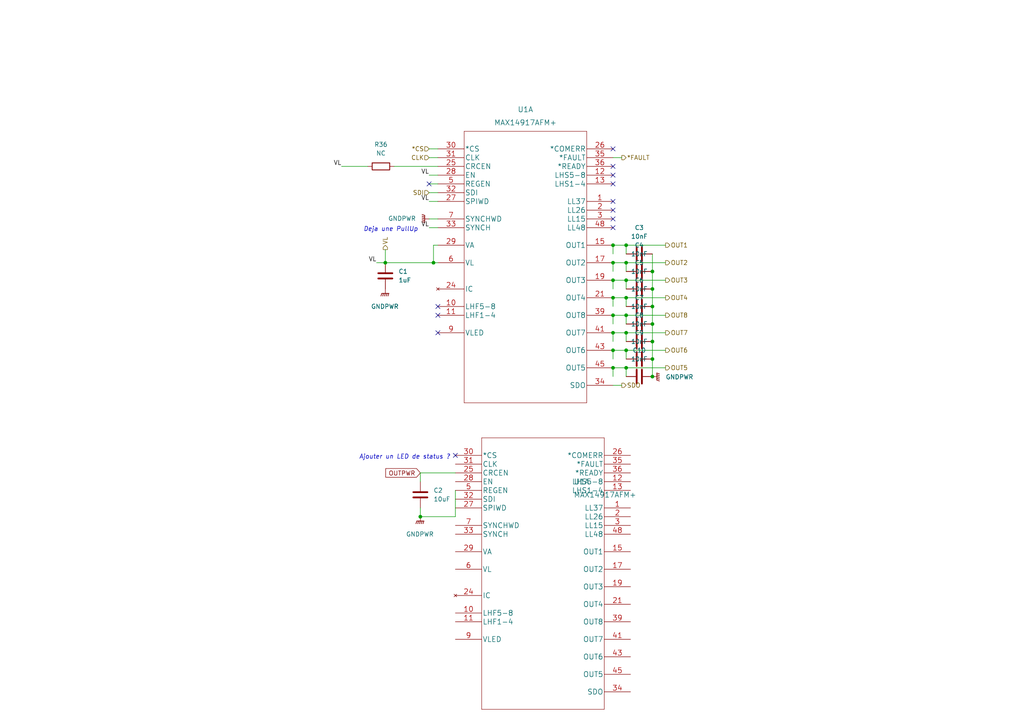
<source format=kicad_sch>
(kicad_sch (version 20211123) (generator eeschema)
  (paper "A4")
  (lib_symbols
    (symbol "Device:C" (pin_numbers hide) (pin_names (offset 0.254))
      (property "Reference" "C" (at 0.635 2.54 0))
      (property "Value" "C" (at 0.635 -2.54 0))
      (symbol "C_0_1"
        (polyline (pts (xy -2.032 -0.762) (xy 2.032 -0.762)) (stroke (width 0.508)))
        (polyline (pts (xy -2.032 0.762) (xy 2.032 0.762)) (stroke (width 0.508)))
      )
      (symbol "C_1_1"
        (pin passive line (at 0 3.81 270) (length 2.794) (name "~") (number "1"))
        (pin passive line (at 0 -3.81 90) (length 2.794) (name "~") (number "2"))
      )
    )
    (symbol "Device:R" (pin_numbers hide) (pin_names (offset 0))
      (property "Reference" "R" (at 2.032 0 90))
      (property "Value" "R" (at 0 0 90))
      (symbol "R_0_1"
        (rectangle (start -1.016 -2.54) (end 1.016 2.54) (stroke (width 0.254)))
      )
      (symbol "R_1_1"
        (pin passive line (at 0 3.81 270) (length 1.27) (name "~") (number "1"))
        (pin passive line (at 0 -3.81 90) (length 1.27) (name "~") (number "2"))
      )
    )
    (symbol "Maxim industrial IO:MAX14917AFM+" (pin_names (offset 0.254))
      (property "Reference" "U" (at 25.4 10.16 0))
      (property "Value" "MAX14917AFM+" (at 25.4 7.62 0))
      (symbol "MAX14917AFM+_1_1"
        (polyline (pts (xy 7.62 -73.66) (xy 43.18 -73.66)) (stroke (width 0.127)))
        (polyline (pts (xy 7.62 5.08) (xy 7.62 -73.66)) (stroke (width 0.127)))
        (polyline (pts (xy 43.18 -73.66) (xy 43.18 5.08)) (stroke (width 0.127)))
        (polyline (pts (xy 43.18 5.08) (xy 7.62 5.08)) (stroke (width 0.127)))
        (pin output line (at 50.8 -15.24 180) (length 7.62) (name "LL37") (number "1"))
        (pin output line (at 0 -45.72 0) (length 7.62) (name "LHF5-8") (number "10"))
        (pin output line (at 0 -48.26 0) (length 7.62) (name "LHF1-4") (number "11"))
        (pin output line (at 50.8 -7.62 180) (length 7.62) (name "LHS5-8") (number "12"))
        (pin output line (at 50.8 -10.16 180) (length 7.62) (name "LHS1-4") (number "13"))
        (pin output line (at 50.8 -27.94 180) (length 7.62) (name "OUT1") (number "15"))
        (pin passive line (at 50.8 -27.94 180) (length 7.62) hide (name "OUT1") (number "16"))
        (pin output line (at 50.8 -33.02 180) (length 7.62) (name "OUT2") (number "17"))
        (pin passive line (at 50.8 -33.02 180) (length 7.62) hide (name "OUT2") (number "18"))
        (pin output line (at 50.8 -38.1 180) (length 7.62) (name "OUT3") (number "19"))
        (pin output line (at 50.8 -17.78 180) (length 7.62) (name "LL26") (number "2"))
        (pin passive line (at 50.8 -38.1 180) (length 7.62) hide (name "OUT3") (number "20"))
        (pin output line (at 50.8 -43.18 180) (length 7.62) (name "OUT4") (number "21"))
        (pin passive line (at 50.8 -43.18 180) (length 7.62) hide (name "OUT4") (number "22"))
        (pin no_connect line (at 0 -40.64 0) (length 7.62) (name "IC") (number "24"))
        (pin input line (at 0 -5.08 0) (length 7.62) (name "CRCEN") (number "25"))
        (pin open_collector line (at 50.8 0 180) (length 7.62) (name "*COMERR") (number "26"))
        (pin input line (at 0 -15.24 0) (length 7.62) (name "SPIWD") (number "27"))
        (pin input line (at 0 -7.62 0) (length 7.62) (name "EN") (number "28"))
        (pin power_out line (at 0 -27.94 0) (length 7.62) (name "VA") (number "29"))
        (pin output line (at 50.8 -20.32 180) (length 7.62) (name "LL15") (number "3"))
        (pin input line (at 0 0 0) (length 7.62) (name "*CS") (number "30"))
        (pin input line (at 0 -2.54 0) (length 7.62) (name "CLK") (number "31"))
        (pin input line (at 0 -12.7 0) (length 7.62) (name "SDI") (number "32"))
        (pin input line (at 0 -22.86 0) (length 7.62) (name "SYNCH") (number "33"))
        (pin output line (at 50.8 -68.58 180) (length 7.62) (name "SDO") (number "34"))
        (pin open_collector line (at 50.8 -2.54 180) (length 7.62) (name "*FAULT") (number "35"))
        (pin open_collector line (at 50.8 -5.08 180) (length 7.62) (name "*READY") (number "36"))
        (pin passive line (at 0 -33.02 0) (length 7.62) hide (name "VL") (number "37"))
        (pin output line (at 50.8 -48.26 180) (length 7.62) (name "OUT8") (number "39"))
        (pin passive line (at 50.8 -48.26 180) (length 7.62) hide (name "OUT8") (number "40"))
        (pin output line (at 50.8 -53.34 180) (length 7.62) (name "OUT7") (number "41"))
        (pin passive line (at 50.8 -53.34 180) (length 7.62) hide (name "OUT7") (number "42"))
        (pin output line (at 50.8 -58.42 180) (length 7.62) (name "OUT6") (number "43"))
        (pin passive line (at 50.8 -58.42 180) (length 7.62) hide (name "OUT6") (number "44"))
        (pin output line (at 50.8 -63.5 180) (length 7.62) (name "OUT5") (number "45"))
        (pin passive line (at 50.8 -63.5 180) (length 7.62) hide (name "OUT5") (number "46"))
        (pin output line (at 50.8 -22.86 180) (length 7.62) (name "LL48") (number "48"))
        (pin input line (at 0 -10.16 0) (length 7.62) (name "REGEN") (number "5"))
        (pin power_in line (at 0 -33.02 0) (length 7.62) (name "VL") (number "6"))
        (pin input line (at 0 -20.32 0) (length 7.62) (name "SYNCHWD") (number "7"))
        (pin power_in line (at 0 -53.34 0) (length 7.62) (name "VLED") (number "9"))
      )
      (symbol "MAX14917AFM+_2_1"
        (polyline (pts (xy 7.62 -22.86) (xy 33.02 -22.86)) (stroke (width 0.127)))
        (polyline (pts (xy 7.62 5.08) (xy 7.62 -22.86)) (stroke (width 0.127)))
        (polyline (pts (xy 33.02 -22.86) (xy 33.02 5.08)) (stroke (width 0.127)))
        (polyline (pts (xy 33.02 5.08) (xy 7.62 5.08)) (stroke (width 0.127)))
        (pin power_in line (at 0 -10.16 0) (length 7.62) (name "GND") (number "14"))
        (pin passive line (at 0 -10.16 0) (length 7.62) hide (name "GND") (number "23"))
        (pin passive line (at 0 -10.16 0) (length 7.62) hide (name "GND") (number "38"))
        (pin output line (at 0 0 0) (length 7.62) (name "*VDDOK") (number "4"))
        (pin passive line (at 0 -10.16 0) (length 7.62) hide (name "GND") (number "47"))
        (pin passive line (at 0 -5.08 0) (length 7.62) hide (name "EPAD") (number "49"))
        (pin power_in line (at 0 -5.08 0) (length 7.62) (name "VDD") (number "8"))
      )
    )
    (symbol "power:GNDPWR" (power) (pin_names (offset 0))
      (property "Value" "GNDPWR" (at 0 -3.302 0))
      (symbol "GNDPWR_0_1"
        (polyline (pts (xy 0 -1.27) (xy 0 0)))
        (polyline (pts (xy -1.016 -1.27) (xy -1.27 -2.032) (xy -1.27 -2.032)) (stroke (width 0.2032)))
        (polyline (pts (xy -0.508 -1.27) (xy -0.762 -2.032) (xy -0.762 -2.032)) (stroke (width 0.2032)))
        (polyline (pts (xy 0 -1.27) (xy -0.254 -2.032) (xy -0.254 -2.032)) (stroke (width 0.2032)))
        (polyline (pts (xy 0.508 -1.27) (xy 0.254 -2.032) (xy 0.254 -2.032)) (stroke (width 0.2032)))
        (polyline (pts (xy 1.016 -1.27) (xy -1.016 -1.27) (xy -1.016 -1.27)) (stroke (width 0.2032)))
        (polyline (pts (xy 1.016 -1.27) (xy 0.762 -2.032) (xy 0.762 -2.032) (xy 0.762 -2.032)) (stroke (width 0.2032)))
      )
      (symbol "GNDPWR_1_1"
        (pin power_in line (at 0 0 270) (length 0) hide (name "GNDPWR") (number "1"))
      )
    )
  )
  (junction (at 177.8 101.6))
  (junction (at 189.23 104.14))
  (junction (at 181.61 101.6))
  (junction (at 181.61 71.12))
  (junction (at 189.23 109.22))
  (junction (at 189.23 83.82))
  (junction (at 181.61 81.28))
  (junction (at 177.8 81.28))
  (junction (at 177.8 96.52))
  (junction (at 177.8 106.68))
  (junction (at 177.8 86.36))
  (junction (at 181.61 76.2))
  (junction (at 189.23 88.9))
  (junction (at 181.61 91.44))
  (junction (at 177.8 76.2))
  (junction (at 125.73 76.2))
  (junction (at 189.23 93.98))
  (junction (at 111.76 76.2))
  (junction (at 181.61 106.68))
  (junction (at 177.8 71.12))
  (junction (at 121.92 149.86))
  (junction (at 181.61 86.36))
  (junction (at 189.23 78.74))
  (junction (at 177.8 91.44))
  (junction (at 181.61 96.52))
  (junction (at 189.23 99.06))
  (no_connect (at 124.46 53.34))
  (no_connect (at 132.08 132.08))
  (no_connect (at 177.8 53.34))
  (no_connect (at 177.8 58.42))
  (no_connect (at 177.8 60.96))
  (no_connect (at 177.8 63.5))
  (no_connect (at 177.8 66.04))
  (no_connect (at 127 88.9))
  (no_connect (at 127 91.44))
  (no_connect (at 127 96.52))
  (no_connect (at 177.8 50.8))
  (no_connect (at 177.8 43.18))
  (no_connect (at 177.8 48.26))
  (wire (pts (xy 177.8 106.68) (xy 177.8 109.22)))
  (wire (pts (xy 181.61 91.44) (xy 181.61 93.98)))
  (wire (pts (xy 124.46 58.42) (xy 127 58.42)))
  (wire (pts (xy 181.61 96.52) (xy 181.61 99.06)))
  (wire (pts (xy 177.8 101.6) (xy 177.8 104.14)))
  (wire (pts (xy 125.73 76.2) (xy 127 76.2)))
  (wire (pts (xy 181.61 86.36) (xy 181.61 88.9)))
  (wire (pts (xy 189.23 88.9) (xy 189.23 93.98)))
  (wire (pts (xy 177.8 76.2) (xy 181.61 76.2)))
  (wire (pts (xy 109.22 76.2) (xy 111.76 76.2)))
  (wire (pts (xy 181.61 71.12) (xy 193.04 71.12)))
  (wire (pts (xy 189.23 93.98) (xy 189.23 99.06)))
  (wire (pts (xy 124.46 63.5) (xy 127 63.5)))
  (wire (pts (xy 181.61 86.36) (xy 193.04 86.36)))
  (wire (pts (xy 124.46 43.18) (xy 127 43.18)))
  (wire (pts (xy 124.46 53.34) (xy 127 53.34)))
  (wire (pts (xy 177.8 81.28) (xy 181.61 81.28)))
  (wire (pts (xy 177.8 86.36) (xy 181.61 86.36)))
  (wire (pts (xy 177.8 76.2) (xy 177.8 78.74)))
  (wire (pts (xy 181.61 76.2) (xy 181.61 78.74)))
  (wire (pts (xy 177.8 96.52) (xy 181.61 96.52)))
  (wire (pts (xy 181.61 101.6) (xy 193.04 101.6)))
  (wire (pts (xy 181.61 81.28) (xy 181.61 83.82)))
  (wire (pts (xy 189.23 73.66) (xy 189.23 78.74)))
  (wire (pts (xy 99.06 48.26) (xy 106.68 48.26)))
  (wire (pts (xy 125.73 71.12) (xy 125.73 76.2)))
  (wire (pts (xy 177.8 45.72) (xy 180.34 45.72)))
  (wire (pts (xy 121.92 137.16) (xy 132.08 137.16)))
  (wire (pts (xy 189.23 83.82) (xy 189.23 88.9)))
  (wire (pts (xy 132.08 142.24) (xy 132.08 149.86)))
  (wire (pts (xy 124.46 45.72) (xy 127 45.72)))
  (wire (pts (xy 181.61 71.12) (xy 181.61 73.66)))
  (wire (pts (xy 177.8 91.44) (xy 177.8 93.98)))
  (wire (pts (xy 121.92 149.86) (xy 132.08 149.86)))
  (wire (pts (xy 189.23 104.14) (xy 189.23 109.22)))
  (wire (pts (xy 181.61 91.44) (xy 193.04 91.44)))
  (wire (pts (xy 177.8 111.76) (xy 180.34 111.76)))
  (wire (pts (xy 177.8 71.12) (xy 177.8 73.66)))
  (wire (pts (xy 181.61 106.68) (xy 181.61 109.22)))
  (wire (pts (xy 177.8 71.12) (xy 181.61 71.12)))
  (wire (pts (xy 181.61 81.28) (xy 193.04 81.28)))
  (wire (pts (xy 127 71.12) (xy 125.73 71.12)))
  (wire (pts (xy 189.23 99.06) (xy 189.23 104.14)))
  (wire (pts (xy 114.3 48.26) (xy 127 48.26)))
  (wire (pts (xy 181.61 101.6) (xy 181.61 104.14)))
  (wire (pts (xy 189.23 78.74) (xy 189.23 83.82)))
  (wire (pts (xy 124.46 50.8) (xy 127 50.8)))
  (wire (pts (xy 121.92 147.32) (xy 121.92 149.86)))
  (wire (pts (xy 177.8 81.28) (xy 177.8 83.82)))
  (wire (pts (xy 177.8 96.52) (xy 177.8 99.06)))
  (wire (pts (xy 177.8 101.6) (xy 181.61 101.6)))
  (wire (pts (xy 111.76 76.2) (xy 125.73 76.2)))
  (wire (pts (xy 121.92 137.16) (xy 121.92 139.7)))
  (wire (pts (xy 181.61 76.2) (xy 193.04 76.2)))
  (wire (pts (xy 177.8 86.36) (xy 177.8 88.9)))
  (wire (pts (xy 177.8 91.44) (xy 181.61 91.44)))
  (wire (pts (xy 111.76 72.39) (xy 111.76 76.2)))
  (wire (pts (xy 124.46 55.88) (xy 127 55.88)))
  (wire (pts (xy 181.61 96.52) (xy 193.04 96.52)))
  (wire (pts (xy 124.46 66.04) (xy 127 66.04)))
  (wire (pts (xy 181.61 106.68) (xy 193.04 106.68)))
  (wire (pts (xy 177.8 106.68) (xy 181.61 106.68)))
  (text "Deja une PullUp" (at 105.41 67.31 0) (effects (font (size 1.27 1.27) italic) (justify left bottom)))
  (text "Ajouter un LED de status ?" (at 104.14 133.35 0) (effects (font (size 1.27 1.27) italic) (justify left bottom)))
  (label "VL" (at 109.22 76.2 180))
  (label "VL" (at 124.46 58.42 180))
  (label "VL" (at 124.46 50.8 180))
  (label "VL" (at 99.06 48.26 180))
  (label "VL" (at 124.46 66.04 180))
  (global_label "OUTPWR" (shape input) (at 121.92 137.16 180) (property "Intersheet References" "${INTERSHEET_REFS}" (effects hide)))
  (hierarchical_label "OUT5" (shape output) (at 193.04 106.68 0))
  (hierarchical_label "SDO" (shape output) (at 180.34 111.76 0))
  (hierarchical_label "OUT6" (shape output) (at 193.04 101.6 0))
  (hierarchical_label "OUT3" (shape output) (at 193.04 81.28 0))
  (hierarchical_label "*CS" (shape input) (at 124.46 43.18 180))
  (hierarchical_label "OUT8" (shape output) (at 193.04 91.44 0))
  (hierarchical_label "OUT4" (shape output) (at 193.04 86.36 0))
  (hierarchical_label "OUT1" (shape output) (at 193.04 71.12 0))
  (hierarchical_label "*FAULT" (shape output) (at 180.34 45.72 0))
  (hierarchical_label "VL" (shape output) (at 111.76 72.39 90))
  (hierarchical_label "CLK" (shape input) (at 124.46 45.72 180))
  (hierarchical_label "OUT2" (shape output) (at 193.04 76.2 0))
  (hierarchical_label "OUT7" (shape output) (at 193.04 96.52 0))
  (hierarchical_label "SDI" (shape input) (at 124.46 55.88 180))
  (symbol (lib_id "power:GNDPWR") (at 189.23 109.22 90)
    (property "Reference" "#PWR023" (effects hide))
    (property "Value" "GNDPWR" (at 193.04 109.3469 90) (effects (justify right)))
  )
  (symbol (lib_id "Device:C") (at 111.76 80.01 0)
    (property "Reference" "C1" (at 115.57 78.7399 0) (effects (justify left)))
    (property "Value" "1uF" (at 115.57 81.2799 0) (effects (justify left)))
    (property "Footprint" "Capacitor_SMD:C_1210_3225Metric" (effects hide))
  )
  (symbol (lib_id "power:GNDPWR") (at 111.76 83.82 0)
    (property "Reference" "#PWR020" (effects hide))
    (property "Value" "GNDPWR" (at 111.633 88.9 0))
  )
  (symbol (lib_id "Maxim industrial IO:MAX14917AFM+") (at 127 43.18 0)
    (property "Reference" "U1" (at 152.4 31.75 0) (effects (font (size 1.524 1.524))))
    (property "Value" "MAX14917AFM+" (at 152.4 35.56 0) (effects (font (size 1.524 1.524))))
    (property "Footprint" "Maxim industrial IO:MAX14917AFM&plus_" (effects hide))
  )
  (symbol (lib_id "Device:C") (at 185.42 83.82 90)
    (property "Reference" "C5" (at 185.42 76.2 90))
    (property "Value" "10nF" (at 185.42 78.74 90))
    (property "Footprint" "Capacitor_SMD:C_0603_1608Metric" (effects hide))
  )
  (symbol (lib_id "Device:R") (at 110.49 48.26 90)
    (property "Reference" "R36" (at 110.49 41.91 90))
    (property "Value" "NC" (at 110.49 44.45 90))
    (property "Footprint" "Resistor_SMD:R_0603_1608Metric" (effects hide))
  )
  (symbol (lib_id "Device:C") (at 185.42 88.9 90)
    (property "Reference" "C6" (at 185.42 81.28 90))
    (property "Value" "10nF" (at 185.42 83.82 90))
    (property "Footprint" "Capacitor_SMD:C_0603_1608Metric" (effects hide))
  )
  (symbol (lib_id "Device:C") (at 185.42 78.74 90)
    (property "Reference" "C4" (at 185.42 71.12 90))
    (property "Value" "10nF" (at 185.42 73.66 90))
    (property "Footprint" "Capacitor_SMD:C_0603_1608Metric" (effects hide))
  )
  (symbol (lib_id "Device:C") (at 185.42 104.14 90)
    (property "Reference" "C9" (at 185.42 96.52 90))
    (property "Value" "10nF" (at 185.42 99.06 90))
    (property "Footprint" "Capacitor_SMD:C_0603_1608Metric" (effects hide))
  )
  (symbol (lib_id "power:GNDPWR") (at 124.46 63.5 270)
    (property "Reference" "#PWR022" (effects hide))
    (property "Value" "GNDPWR" (at 120.65 63.3729 90) (effects (justify right)))
  )
  (symbol (lib_id "Maxim industrial IO:MAX14917AFM+") (at 132.08 132.08 0)
    (property "Reference" "U1" (at 166.37 139.7 0) (effects (font (size 1.524 1.524)) (justify left)))
    (property "Value" "MAX14917AFM+" (at 166.37 143.51 0) (effects (font (size 1.524 1.524)) (justify left)))
    (property "Footprint" "Maxim industrial IO:MAX14917AFM&plus_" (effects hide))
  )
  (symbol (lib_id "Device:C") (at 185.42 93.98 90)
    (property "Reference" "C7" (at 185.42 86.36 90))
    (property "Value" "10nF" (at 185.42 88.9 90))
    (property "Footprint" "Capacitor_SMD:C_0603_1608Metric" (effects hide))
  )
  (symbol (lib_id "Device:C") (at 185.42 73.66 90)
    (property "Reference" "C3" (at 185.42 66.04 90))
    (property "Value" "10nF" (at 185.42 68.58 90))
    (property "Footprint" "Capacitor_SMD:C_0603_1608Metric" (effects hide))
  )
  (symbol (lib_id "Device:C") (at 185.42 99.06 90)
    (property "Reference" "C8" (at 185.42 91.44 90))
    (property "Value" "10nF" (at 185.42 93.98 90))
    (property "Footprint" "Capacitor_SMD:C_0603_1608Metric" (effects hide))
  )
  (symbol (lib_id "power:GNDPWR") (at 121.92 149.86 0)
    (property "Reference" "#PWR021" (effects hide))
    (property "Value" "GNDPWR" (at 121.793 154.94 0))
  )
  (symbol (lib_id "Device:C") (at 121.92 143.51 0)
    (property "Reference" "C2" (at 125.73 142.2399 0) (effects (justify left)))
    (property "Value" "10uF" (at 125.73 144.7799 0) (effects (justify left)))
    (property "Footprint" "Capacitor_SMD:C_1210_3225Metric" (effects hide))
  )
  (symbol (lib_id "Device:C") (at 185.42 109.22 90)
    (property "Reference" "C10" (at 185.42 101.6 90))
    (property "Value" "10nF" (at 185.42 104.14 90))
    (property "Footprint" "Capacitor_SMD:C_0603_1608Metric" (effects hide))
  )
)
</source>
